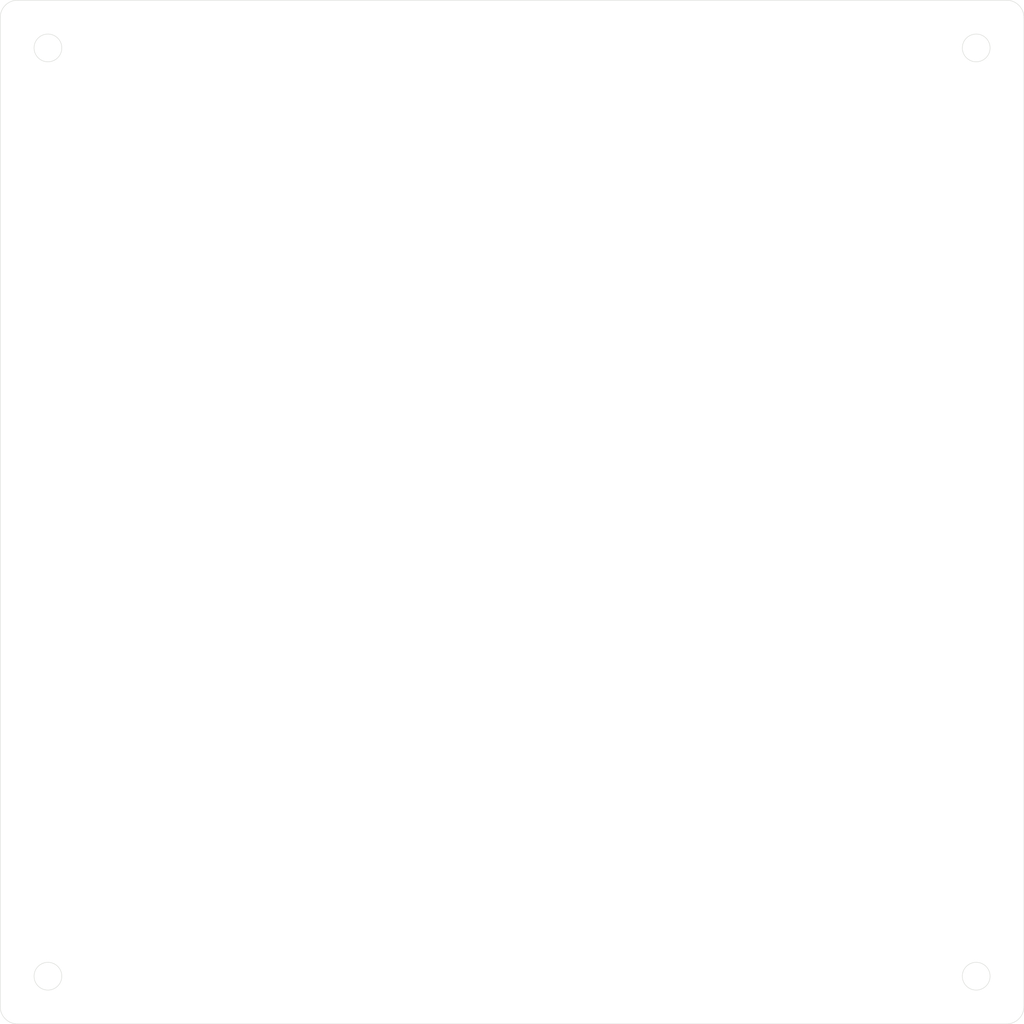
<source format=kicad_pcb>
(kicad_pcb (version 20171130) (host pcbnew "(5.1.9)-1")

  (general
    (thickness 1.6)
    (drawings 15)
    (tracks 0)
    (zones 0)
    (modules 0)
    (nets 1)
  )

  (page A4)
  (layers
    (0 F.Cu signal)
    (31 B.Cu signal)
    (32 B.Adhes user)
    (33 F.Adhes user)
    (34 B.Paste user)
    (35 F.Paste user)
    (36 B.SilkS user)
    (37 F.SilkS user)
    (38 B.Mask user)
    (39 F.Mask user)
    (40 Dwgs.User user)
    (41 Cmts.User user)
    (42 Eco1.User user)
    (43 Eco2.User user)
    (44 Edge.Cuts user)
    (45 Margin user)
    (46 B.CrtYd user)
    (47 F.CrtYd user)
    (48 B.Fab user)
    (49 F.Fab user)
  )

  (setup
    (last_trace_width 0.25)
    (trace_clearance 0.2)
    (zone_clearance 0.508)
    (zone_45_only no)
    (trace_min 0.2)
    (via_size 0.8)
    (via_drill 0.4)
    (via_min_size 0.4)
    (via_min_drill 0.3)
    (uvia_size 0.3)
    (uvia_drill 0.1)
    (uvias_allowed no)
    (uvia_min_size 0.2)
    (uvia_min_drill 0.1)
    (edge_width 0.05)
    (segment_width 0.2)
    (pcb_text_width 0.3)
    (pcb_text_size 1.5 1.5)
    (mod_edge_width 0.12)
    (mod_text_size 1 1)
    (mod_text_width 0.15)
    (pad_size 1.524 1.524)
    (pad_drill 0.762)
    (pad_to_mask_clearance 0)
    (aux_axis_origin 0 0)
    (grid_origin 159 109)
    (visible_elements 7FFFFFFF)
    (pcbplotparams
      (layerselection 0x010fc_ffffffff)
      (usegerberextensions false)
      (usegerberattributes true)
      (usegerberadvancedattributes true)
      (creategerberjobfile true)
      (excludeedgelayer true)
      (linewidth 0.150000)
      (plotframeref false)
      (viasonmask false)
      (mode 1)
      (useauxorigin false)
      (hpglpennumber 1)
      (hpglpenspeed 20)
      (hpglpendiameter 15.000000)
      (psnegative false)
      (psa4output false)
      (plotreference true)
      (plotvalue true)
      (plotinvisibletext false)
      (padsonsilk false)
      (subtractmaskfromsilk false)
      (outputformat 1)
      (mirror false)
      (drillshape 1)
      (scaleselection 1)
      (outputdirectory ""))
  )

  (net 0 "")

  (net_class Default "これはデフォルトのネット クラスです。"
    (clearance 0.2)
    (trace_width 0.25)
    (via_dia 0.8)
    (via_drill 0.4)
    (uvia_dia 0.3)
    (uvia_drill 0.1)
  )

  (gr_line (start 159 106) (end 159 112) (layer Dwgs.User) (width 0.15))
  (gr_line (start 156 109) (end 162 109) (layer Dwgs.User) (width 0.15))
  (gr_circle (center 159 109) (end 159 111) (layer Dwgs.User) (width 0.15))
  (gr_arc (start 102 166) (end 100 166) (angle -90) (layer Edge.Cuts) (width 0.05))
  (gr_arc (start 102 52) (end 102 50) (angle -90) (layer Edge.Cuts) (width 0.05))
  (gr_arc (start 216 52) (end 218 52) (angle -90) (layer Edge.Cuts) (width 0.05))
  (gr_arc (start 216 166) (end 216 168) (angle -90) (layer Edge.Cuts) (width 0.05))
  (gr_circle (center 105.5 162.5) (end 107.1 162.5) (layer Edge.Cuts) (width 0.05) (tstamp 60A521D2))
  (gr_circle (center 212.5 162.5) (end 214.1 162.5) (layer Edge.Cuts) (width 0.05) (tstamp 60A521D2))
  (gr_circle (center 212.5 55.5) (end 214.1 55.5) (layer Edge.Cuts) (width 0.05) (tstamp 60A521D2))
  (gr_circle (center 105.5 55.5) (end 107.1 55.5) (layer Edge.Cuts) (width 0.05))
  (gr_line (start 100 166) (end 100 52) (layer Edge.Cuts) (width 0.05) (tstamp 60A52156))
  (gr_line (start 216 168) (end 102 168) (layer Edge.Cuts) (width 0.05))
  (gr_line (start 218 52) (end 218 166) (layer Edge.Cuts) (width 0.05))
  (gr_line (start 102 50) (end 216 50) (layer Edge.Cuts) (width 0.05))

)

</source>
